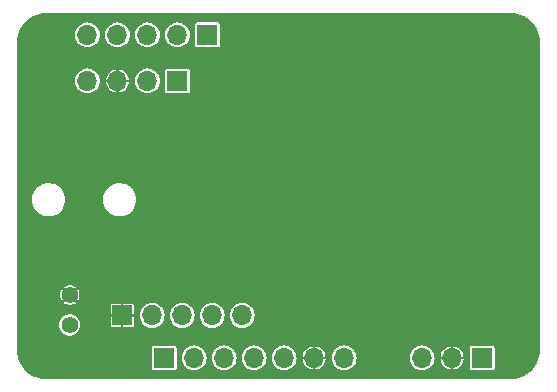
<source format=gbl>
G04 #@! TF.GenerationSoftware,KiCad,Pcbnew,8.0.4*
G04 #@! TF.CreationDate,2024-08-01T22:41:18+02:00*
G04 #@! TF.ProjectId,Headless TEF Audio board,48656164-6c65-4737-9320-544546204175,1*
G04 #@! TF.SameCoordinates,Original*
G04 #@! TF.FileFunction,Copper,L2,Bot*
G04 #@! TF.FilePolarity,Positive*
%FSLAX46Y46*%
G04 Gerber Fmt 4.6, Leading zero omitted, Abs format (unit mm)*
G04 Created by KiCad (PCBNEW 8.0.4) date 2024-08-01 22:41:18*
%MOMM*%
%LPD*%
G01*
G04 APERTURE LIST*
G04 #@! TA.AperFunction,ComponentPad*
%ADD10C,1.400000*%
G04 #@! TD*
G04 #@! TA.AperFunction,ComponentPad*
%ADD11R,1.700000X1.700000*%
G04 #@! TD*
G04 #@! TA.AperFunction,ComponentPad*
%ADD12O,1.700000X1.700000*%
G04 #@! TD*
G04 #@! TA.AperFunction,ViaPad*
%ADD13C,0.600000*%
G04 #@! TD*
G04 APERTURE END LIST*
D10*
G04 #@! TO.P,JP1,1,A*
G04 #@! TO.N,GND*
X140864000Y-105158000D03*
G04 #@! TO.P,JP1,2,B*
G04 #@! TO.N,Net-(J5-Pin_2)*
X140864000Y-107698000D03*
G04 #@! TD*
D11*
G04 #@! TO.P,J4,1,Pin_1*
G04 #@! TO.N,unconnected-(J4-Pin_1-Pad1)*
X152532000Y-83134000D03*
D12*
G04 #@! TO.P,J4,2,Pin_2*
G04 #@! TO.N,unconnected-(J4-Pin_2-Pad2)*
X149992000Y-83134000D03*
G04 #@! TO.P,J4,3,Pin_3*
G04 #@! TO.N,unconnected-(J4-Pin_3-Pad3)*
X147452000Y-83134000D03*
G04 #@! TO.P,J4,4,Pin_4*
G04 #@! TO.N,unconnected-(J4-Pin_4-Pad4)*
X144912000Y-83134000D03*
G04 #@! TO.P,J4,5,Pin_5*
G04 #@! TO.N,unconnected-(J4-Pin_5-Pad5)*
X142372000Y-83134000D03*
G04 #@! TD*
D11*
G04 #@! TO.P,J3,1,Pin_1*
G04 #@! TO.N,GND*
X145312000Y-106884000D03*
D12*
G04 #@! TO.P,J3,2,Pin_2*
G04 #@! TO.N,unconnected-(J3-Pin_2-Pad2)*
X147852000Y-106884000D03*
G04 #@! TO.P,J3,3,Pin_3*
G04 #@! TO.N,unconnected-(J3-Pin_3-Pad3)*
X150392000Y-106884000D03*
G04 #@! TO.P,J3,4,Pin_4*
G04 #@! TO.N,unconnected-(J3-Pin_4-Pad4)*
X152932000Y-106884000D03*
G04 #@! TO.P,J3,5,Pin_5*
G04 #@! TO.N,unconnected-(J3-Pin_5-Pad5)*
X155472000Y-106884000D03*
G04 #@! TD*
D11*
G04 #@! TO.P,J6,1,Pin_1*
G04 #@! TO.N,unconnected-(J6-Pin_1-Pad1)*
X149992000Y-87034000D03*
D12*
G04 #@! TO.P,J6,2,Pin_2*
G04 #@! TO.N,unconnected-(J6-Pin_2-Pad2)*
X147452000Y-87034000D03*
G04 #@! TO.P,J6,3,Pin_3*
G04 #@! TO.N,GND*
X144912000Y-87034000D03*
G04 #@! TO.P,J6,4,Pin_4*
G04 #@! TO.N,Net-(J6-Pin_4)*
X142372000Y-87034000D03*
G04 #@! TD*
D11*
G04 #@! TO.P,J1,1,Pin_1*
G04 #@! TO.N,Net-(J1-Pin_1)*
X175789000Y-110484000D03*
D12*
G04 #@! TO.P,J1,2,Pin_2*
G04 #@! TO.N,GND*
X173249000Y-110484000D03*
G04 #@! TO.P,J1,3,Pin_3*
G04 #@! TO.N,Net-(J1-Pin_3)*
X170709000Y-110484000D03*
G04 #@! TD*
D11*
G04 #@! TO.P,J5,1,Pin_1*
G04 #@! TO.N,unconnected-(J5-Pin_1-Pad1)*
X148865000Y-110484000D03*
D12*
G04 #@! TO.P,J5,2,Pin_2*
G04 #@! TO.N,Net-(J5-Pin_2)*
X151405000Y-110484000D03*
G04 #@! TO.P,J5,3,Pin_3*
G04 #@! TO.N,unconnected-(J5-Pin_3-Pad3)*
X153945000Y-110484000D03*
G04 #@! TO.P,J5,4,Pin_4*
G04 #@! TO.N,unconnected-(J5-Pin_4-Pad4)*
X156485000Y-110484000D03*
G04 #@! TO.P,J5,5,Pin_5*
G04 #@! TO.N,unconnected-(J5-Pin_5-Pad5)*
X159025000Y-110484000D03*
G04 #@! TO.P,J5,6,Pin_6*
G04 #@! TO.N,GND*
X161565000Y-110484000D03*
G04 #@! TO.P,J5,7,Pin_7*
G04 #@! TO.N,unconnected-(J5-Pin_7-Pad7)*
X164105000Y-110484000D03*
G04 #@! TD*
D13*
G04 #@! TO.N,GND*
X141319938Y-90969965D03*
X168843974Y-104908598D03*
X169312000Y-81790000D03*
X143275407Y-90969965D03*
X169166722Y-101714731D03*
X165502000Y-83822000D03*
X163082724Y-86458275D03*
X141307925Y-92987358D03*
X157807514Y-89294359D03*
X170675786Y-86283465D03*
X151024864Y-98862086D03*
X172106000Y-81790000D03*
X151031783Y-94861624D03*
X166983430Y-100841414D03*
X163066608Y-89726419D03*
G04 #@! TD*
G04 #@! TA.AperFunction,Conductor*
G04 #@! TO.N,GND*
G36*
X178133827Y-81274614D02*
G01*
X178136940Y-81274608D01*
X178136941Y-81274609D01*
X178200951Y-81274502D01*
X178204718Y-81274609D01*
X178500987Y-81292036D01*
X178508447Y-81292929D01*
X178798603Y-81345603D01*
X178805928Y-81347395D01*
X179087608Y-81434657D01*
X179094662Y-81437320D01*
X179363761Y-81557892D01*
X179370441Y-81561384D01*
X179623057Y-81713523D01*
X179629264Y-81717792D01*
X179631173Y-81719282D01*
X179861688Y-81899261D01*
X179867346Y-81904256D01*
X180076205Y-82112422D01*
X180081219Y-82118063D01*
X180263462Y-82349883D01*
X180267758Y-82356086D01*
X180420728Y-82608182D01*
X180424244Y-82614852D01*
X180545714Y-82883551D01*
X180548402Y-82890604D01*
X180636597Y-83171983D01*
X180638415Y-83179308D01*
X180692049Y-83469255D01*
X180692972Y-83476745D01*
X180707353Y-83708108D01*
X180711380Y-83772884D01*
X180711500Y-83776762D01*
X180711500Y-109775236D01*
X180711380Y-109779114D01*
X180692972Y-110075254D01*
X180692049Y-110082744D01*
X180638415Y-110372691D01*
X180636597Y-110380016D01*
X180548402Y-110661395D01*
X180545714Y-110668448D01*
X180424244Y-110937147D01*
X180420725Y-110943824D01*
X180267759Y-111195912D01*
X180263462Y-111202116D01*
X180081219Y-111433936D01*
X180076205Y-111439577D01*
X179867346Y-111647743D01*
X179861688Y-111652738D01*
X179629270Y-111834203D01*
X179623052Y-111838480D01*
X179370445Y-111990613D01*
X179363756Y-111994109D01*
X179094665Y-112114678D01*
X179087604Y-112117343D01*
X178805929Y-112204603D01*
X178798598Y-112206397D01*
X178555277Y-112250568D01*
X178508463Y-112259067D01*
X178500972Y-112259964D01*
X178204722Y-112277389D01*
X178200948Y-112277497D01*
X178133827Y-112277385D01*
X178132060Y-112277500D01*
X138837238Y-112277500D01*
X138833040Y-112277359D01*
X138801818Y-112275256D01*
X138541436Y-112257721D01*
X138533917Y-112256753D01*
X138248378Y-112202246D01*
X138241031Y-112200376D01*
X137964178Y-112111694D01*
X137957112Y-112108948D01*
X137693035Y-111987398D01*
X137686353Y-111983816D01*
X137438935Y-111831186D01*
X137432736Y-111826821D01*
X137205625Y-111645362D01*
X137200000Y-111640279D01*
X136996528Y-111432653D01*
X136991569Y-111426939D01*
X136814717Y-111196185D01*
X136810487Y-111189910D01*
X136662880Y-110939447D01*
X136659444Y-110932714D01*
X136543250Y-110666226D01*
X136540647Y-110659106D01*
X136528376Y-110617953D01*
X136457574Y-110380510D01*
X136455858Y-110373154D01*
X136407127Y-110086539D01*
X136406313Y-110079009D01*
X136406136Y-110075254D01*
X136392569Y-109787019D01*
X136392500Y-109784080D01*
X136392500Y-109781805D01*
X136392506Y-109780951D01*
X136393353Y-109718945D01*
X136392929Y-109715344D01*
X136392500Y-109708035D01*
X136392500Y-109614251D01*
X147814500Y-109614251D01*
X147814500Y-111353748D01*
X147826132Y-111412230D01*
X147826133Y-111412232D01*
X147870447Y-111478552D01*
X147936767Y-111522866D01*
X147936769Y-111522867D01*
X147995252Y-111534500D01*
X149734748Y-111534500D01*
X149793231Y-111522867D01*
X149859552Y-111478552D01*
X149903867Y-111412231D01*
X149915500Y-111353748D01*
X149915500Y-110483999D01*
X150349417Y-110483999D01*
X150349417Y-110484000D01*
X150369699Y-110689930D01*
X150369700Y-110689935D01*
X150429766Y-110887949D01*
X150429768Y-110887954D01*
X150527311Y-111070444D01*
X150527319Y-111070455D01*
X150630506Y-111196190D01*
X150658590Y-111230410D01*
X150818550Y-111361685D01*
X150818553Y-111361686D01*
X150818555Y-111361688D01*
X150873385Y-111390995D01*
X151001046Y-111459232D01*
X151199066Y-111519300D01*
X151405000Y-111539583D01*
X151610934Y-111519300D01*
X151808954Y-111459232D01*
X151991450Y-111361685D01*
X152151410Y-111230410D01*
X152282685Y-111070450D01*
X152380232Y-110887954D01*
X152440300Y-110689934D01*
X152460583Y-110484000D01*
X152460583Y-110483999D01*
X152889417Y-110483999D01*
X152889417Y-110484000D01*
X152909699Y-110689930D01*
X152909700Y-110689935D01*
X152969766Y-110887949D01*
X152969768Y-110887954D01*
X153067311Y-111070444D01*
X153067319Y-111070455D01*
X153170506Y-111196190D01*
X153198590Y-111230410D01*
X153358550Y-111361685D01*
X153358553Y-111361686D01*
X153358555Y-111361688D01*
X153413385Y-111390995D01*
X153541046Y-111459232D01*
X153739066Y-111519300D01*
X153945000Y-111539583D01*
X154150934Y-111519300D01*
X154348954Y-111459232D01*
X154531450Y-111361685D01*
X154691410Y-111230410D01*
X154822685Y-111070450D01*
X154920232Y-110887954D01*
X154980300Y-110689934D01*
X155000583Y-110484000D01*
X155000583Y-110483999D01*
X155429417Y-110483999D01*
X155429417Y-110484000D01*
X155449699Y-110689930D01*
X155449700Y-110689935D01*
X155509766Y-110887949D01*
X155509768Y-110887954D01*
X155607311Y-111070444D01*
X155607319Y-111070455D01*
X155710506Y-111196190D01*
X155738590Y-111230410D01*
X155898550Y-111361685D01*
X155898553Y-111361686D01*
X155898555Y-111361688D01*
X155953385Y-111390995D01*
X156081046Y-111459232D01*
X156279066Y-111519300D01*
X156485000Y-111539583D01*
X156690934Y-111519300D01*
X156888954Y-111459232D01*
X157071450Y-111361685D01*
X157231410Y-111230410D01*
X157362685Y-111070450D01*
X157460232Y-110887954D01*
X157520300Y-110689934D01*
X157540583Y-110484000D01*
X157540583Y-110483999D01*
X157969417Y-110483999D01*
X157969417Y-110484000D01*
X157989699Y-110689930D01*
X157989700Y-110689935D01*
X158049766Y-110887949D01*
X158049768Y-110887954D01*
X158147311Y-111070444D01*
X158147319Y-111070455D01*
X158250506Y-111196190D01*
X158278590Y-111230410D01*
X158438550Y-111361685D01*
X158438553Y-111361686D01*
X158438555Y-111361688D01*
X158493385Y-111390995D01*
X158621046Y-111459232D01*
X158819066Y-111519300D01*
X159025000Y-111539583D01*
X159230934Y-111519300D01*
X159428954Y-111459232D01*
X159611450Y-111361685D01*
X159771410Y-111230410D01*
X159902685Y-111070450D01*
X160000232Y-110887954D01*
X160060300Y-110689934D01*
X160080583Y-110484000D01*
X160070734Y-110383999D01*
X160593121Y-110383999D01*
X160593122Y-110384000D01*
X161074157Y-110384000D01*
X161065000Y-110418174D01*
X161065000Y-110549826D01*
X161074157Y-110584000D01*
X160593122Y-110584000D01*
X160602137Y-110675524D01*
X160658004Y-110859692D01*
X160748720Y-111029412D01*
X160748728Y-111029423D01*
X160870812Y-111178184D01*
X160870815Y-111178187D01*
X161019576Y-111300271D01*
X161019587Y-111300279D01*
X161189307Y-111390995D01*
X161373476Y-111446863D01*
X161465000Y-111455876D01*
X161465000Y-110974842D01*
X161499174Y-110984000D01*
X161630826Y-110984000D01*
X161665000Y-110974842D01*
X161665000Y-111455876D01*
X161756523Y-111446863D01*
X161940692Y-111390995D01*
X162110412Y-111300279D01*
X162110423Y-111300271D01*
X162259184Y-111178187D01*
X162259187Y-111178184D01*
X162381271Y-111029423D01*
X162381279Y-111029412D01*
X162471995Y-110859692D01*
X162527862Y-110675524D01*
X162536878Y-110584000D01*
X162055843Y-110584000D01*
X162065000Y-110549826D01*
X162065000Y-110483999D01*
X163049417Y-110483999D01*
X163049417Y-110484000D01*
X163069699Y-110689930D01*
X163069700Y-110689935D01*
X163129766Y-110887949D01*
X163129768Y-110887954D01*
X163227311Y-111070444D01*
X163227319Y-111070455D01*
X163330506Y-111196190D01*
X163358590Y-111230410D01*
X163518550Y-111361685D01*
X163518553Y-111361686D01*
X163518555Y-111361688D01*
X163573385Y-111390995D01*
X163701046Y-111459232D01*
X163899066Y-111519300D01*
X164105000Y-111539583D01*
X164310934Y-111519300D01*
X164508954Y-111459232D01*
X164691450Y-111361685D01*
X164851410Y-111230410D01*
X164982685Y-111070450D01*
X165080232Y-110887954D01*
X165140300Y-110689934D01*
X165160583Y-110484000D01*
X165160583Y-110483999D01*
X169653417Y-110483999D01*
X169653417Y-110484000D01*
X169673699Y-110689930D01*
X169673700Y-110689935D01*
X169733766Y-110887949D01*
X169733768Y-110887954D01*
X169831311Y-111070444D01*
X169831319Y-111070455D01*
X169934506Y-111196190D01*
X169962590Y-111230410D01*
X170122550Y-111361685D01*
X170122553Y-111361686D01*
X170122555Y-111361688D01*
X170177385Y-111390995D01*
X170305046Y-111459232D01*
X170503066Y-111519300D01*
X170709000Y-111539583D01*
X170914934Y-111519300D01*
X171112954Y-111459232D01*
X171295450Y-111361685D01*
X171455410Y-111230410D01*
X171586685Y-111070450D01*
X171684232Y-110887954D01*
X171744300Y-110689934D01*
X171764583Y-110484000D01*
X171754734Y-110383999D01*
X172277121Y-110383999D01*
X172277122Y-110384000D01*
X172758157Y-110384000D01*
X172749000Y-110418174D01*
X172749000Y-110549826D01*
X172758157Y-110584000D01*
X172277122Y-110584000D01*
X172286137Y-110675524D01*
X172342004Y-110859692D01*
X172432720Y-111029412D01*
X172432728Y-111029423D01*
X172554812Y-111178184D01*
X172554815Y-111178187D01*
X172703576Y-111300271D01*
X172703587Y-111300279D01*
X172873307Y-111390995D01*
X173057476Y-111446863D01*
X173149000Y-111455876D01*
X173149000Y-110974842D01*
X173183174Y-110984000D01*
X173314826Y-110984000D01*
X173349000Y-110974842D01*
X173349000Y-111455876D01*
X173440523Y-111446863D01*
X173624692Y-111390995D01*
X173794412Y-111300279D01*
X173794423Y-111300271D01*
X173943184Y-111178187D01*
X173943187Y-111178184D01*
X174065271Y-111029423D01*
X174065279Y-111029412D01*
X174155995Y-110859692D01*
X174211862Y-110675524D01*
X174220878Y-110584000D01*
X173739843Y-110584000D01*
X173749000Y-110549826D01*
X173749000Y-110418174D01*
X173739843Y-110384000D01*
X174220878Y-110384000D01*
X174220878Y-110383999D01*
X174211862Y-110292475D01*
X174155995Y-110108307D01*
X174065279Y-109938587D01*
X174065271Y-109938576D01*
X173943187Y-109789815D01*
X173943184Y-109789812D01*
X173794423Y-109667728D01*
X173794412Y-109667720D01*
X173694377Y-109614251D01*
X174738500Y-109614251D01*
X174738500Y-111353748D01*
X174750132Y-111412230D01*
X174750133Y-111412232D01*
X174794447Y-111478552D01*
X174860767Y-111522866D01*
X174860769Y-111522867D01*
X174919252Y-111534500D01*
X176658748Y-111534500D01*
X176717231Y-111522867D01*
X176783552Y-111478552D01*
X176827867Y-111412231D01*
X176839500Y-111353748D01*
X176839500Y-109614252D01*
X176827867Y-109555769D01*
X176827866Y-109555767D01*
X176783552Y-109489447D01*
X176717232Y-109445133D01*
X176717230Y-109445132D01*
X176658748Y-109433500D01*
X174919252Y-109433500D01*
X174860769Y-109445132D01*
X174860767Y-109445133D01*
X174794447Y-109489447D01*
X174750133Y-109555767D01*
X174750132Y-109555769D01*
X174738500Y-109614251D01*
X173694377Y-109614251D01*
X173624692Y-109577004D01*
X173440524Y-109521137D01*
X173349000Y-109512121D01*
X173349000Y-109993157D01*
X173314826Y-109984000D01*
X173183174Y-109984000D01*
X173149000Y-109993157D01*
X173149000Y-109512121D01*
X173148999Y-109512121D01*
X173057475Y-109521137D01*
X172873307Y-109577004D01*
X172703587Y-109667720D01*
X172703576Y-109667728D01*
X172554815Y-109789812D01*
X172554812Y-109789815D01*
X172432728Y-109938576D01*
X172432720Y-109938587D01*
X172342004Y-110108307D01*
X172286137Y-110292475D01*
X172277121Y-110383999D01*
X171754734Y-110383999D01*
X171744300Y-110278066D01*
X171684232Y-110080046D01*
X171586685Y-109897550D01*
X171455410Y-109737590D01*
X171428589Y-109715579D01*
X171295455Y-109606319D01*
X171295453Y-109606318D01*
X171295450Y-109606315D01*
X171295448Y-109606313D01*
X171295444Y-109606311D01*
X171112954Y-109508768D01*
X171112949Y-109508766D01*
X170914935Y-109448700D01*
X170914930Y-109448699D01*
X170709000Y-109428417D01*
X170503069Y-109448699D01*
X170503064Y-109448700D01*
X170305050Y-109508766D01*
X170305045Y-109508768D01*
X170122555Y-109606311D01*
X170122544Y-109606319D01*
X169962591Y-109737588D01*
X169962588Y-109737591D01*
X169831319Y-109897544D01*
X169831311Y-109897555D01*
X169733768Y-110080045D01*
X169733766Y-110080050D01*
X169673700Y-110278064D01*
X169673699Y-110278069D01*
X169653417Y-110483999D01*
X165160583Y-110483999D01*
X165140300Y-110278066D01*
X165080232Y-110080046D01*
X164982685Y-109897550D01*
X164851410Y-109737590D01*
X164824589Y-109715579D01*
X164691455Y-109606319D01*
X164691453Y-109606318D01*
X164691450Y-109606315D01*
X164691448Y-109606313D01*
X164691444Y-109606311D01*
X164508954Y-109508768D01*
X164508949Y-109508766D01*
X164310935Y-109448700D01*
X164310930Y-109448699D01*
X164105000Y-109428417D01*
X163899069Y-109448699D01*
X163899064Y-109448700D01*
X163701050Y-109508766D01*
X163701045Y-109508768D01*
X163518555Y-109606311D01*
X163518544Y-109606319D01*
X163358591Y-109737588D01*
X163358588Y-109737591D01*
X163227319Y-109897544D01*
X163227311Y-109897555D01*
X163129768Y-110080045D01*
X163129766Y-110080050D01*
X163069700Y-110278064D01*
X163069699Y-110278069D01*
X163049417Y-110483999D01*
X162065000Y-110483999D01*
X162065000Y-110418174D01*
X162055843Y-110384000D01*
X162536878Y-110384000D01*
X162536878Y-110383999D01*
X162527862Y-110292475D01*
X162471995Y-110108307D01*
X162381279Y-109938587D01*
X162381271Y-109938576D01*
X162259187Y-109789815D01*
X162259184Y-109789812D01*
X162110423Y-109667728D01*
X162110412Y-109667720D01*
X161940692Y-109577004D01*
X161756524Y-109521137D01*
X161665000Y-109512121D01*
X161665000Y-109993157D01*
X161630826Y-109984000D01*
X161499174Y-109984000D01*
X161465000Y-109993157D01*
X161465000Y-109512121D01*
X161464999Y-109512121D01*
X161373475Y-109521137D01*
X161189307Y-109577004D01*
X161019587Y-109667720D01*
X161019576Y-109667728D01*
X160870815Y-109789812D01*
X160870812Y-109789815D01*
X160748728Y-109938576D01*
X160748720Y-109938587D01*
X160658004Y-110108307D01*
X160602137Y-110292475D01*
X160593121Y-110383999D01*
X160070734Y-110383999D01*
X160060300Y-110278066D01*
X160000232Y-110080046D01*
X159902685Y-109897550D01*
X159771410Y-109737590D01*
X159744589Y-109715579D01*
X159611455Y-109606319D01*
X159611453Y-109606318D01*
X159611450Y-109606315D01*
X159611448Y-109606313D01*
X159611444Y-109606311D01*
X159428954Y-109508768D01*
X159428949Y-109508766D01*
X159230935Y-109448700D01*
X159230930Y-109448699D01*
X159025000Y-109428417D01*
X158819069Y-109448699D01*
X158819064Y-109448700D01*
X158621050Y-109508766D01*
X158621045Y-109508768D01*
X158438555Y-109606311D01*
X158438544Y-109606319D01*
X158278591Y-109737588D01*
X158278588Y-109737591D01*
X158147319Y-109897544D01*
X158147311Y-109897555D01*
X158049768Y-110080045D01*
X158049766Y-110080050D01*
X157989700Y-110278064D01*
X157989699Y-110278069D01*
X157969417Y-110483999D01*
X157540583Y-110483999D01*
X157520300Y-110278066D01*
X157460232Y-110080046D01*
X157362685Y-109897550D01*
X157231410Y-109737590D01*
X157204589Y-109715579D01*
X157071455Y-109606319D01*
X157071453Y-109606318D01*
X157071450Y-109606315D01*
X157071448Y-109606313D01*
X157071444Y-109606311D01*
X156888954Y-109508768D01*
X156888949Y-109508766D01*
X156690935Y-109448700D01*
X156690930Y-109448699D01*
X156485000Y-109428417D01*
X156279069Y-109448699D01*
X156279064Y-109448700D01*
X156081050Y-109508766D01*
X156081045Y-109508768D01*
X155898555Y-109606311D01*
X155898544Y-109606319D01*
X155738591Y-109737588D01*
X155738588Y-109737591D01*
X155607319Y-109897544D01*
X155607311Y-109897555D01*
X155509768Y-110080045D01*
X155509766Y-110080050D01*
X155449700Y-110278064D01*
X155449699Y-110278069D01*
X155429417Y-110483999D01*
X155000583Y-110483999D01*
X154980300Y-110278066D01*
X154920232Y-110080046D01*
X154822685Y-109897550D01*
X154691410Y-109737590D01*
X154664589Y-109715579D01*
X154531455Y-109606319D01*
X154531453Y-109606318D01*
X154531450Y-109606315D01*
X154531448Y-109606313D01*
X154531444Y-109606311D01*
X154348954Y-109508768D01*
X154348949Y-109508766D01*
X154150935Y-109448700D01*
X154150930Y-109448699D01*
X153945000Y-109428417D01*
X153739069Y-109448699D01*
X153739064Y-109448700D01*
X153541050Y-109508766D01*
X153541045Y-109508768D01*
X153358555Y-109606311D01*
X153358544Y-109606319D01*
X153198591Y-109737588D01*
X153198588Y-109737591D01*
X153067319Y-109897544D01*
X153067311Y-109897555D01*
X152969768Y-110080045D01*
X152969766Y-110080050D01*
X152909700Y-110278064D01*
X152909699Y-110278069D01*
X152889417Y-110483999D01*
X152460583Y-110483999D01*
X152440300Y-110278066D01*
X152380232Y-110080046D01*
X152282685Y-109897550D01*
X152151410Y-109737590D01*
X152124589Y-109715579D01*
X151991455Y-109606319D01*
X151991453Y-109606318D01*
X151991450Y-109606315D01*
X151991448Y-109606313D01*
X151991444Y-109606311D01*
X151808954Y-109508768D01*
X151808949Y-109508766D01*
X151610935Y-109448700D01*
X151610930Y-109448699D01*
X151405000Y-109428417D01*
X151199069Y-109448699D01*
X151199064Y-109448700D01*
X151001050Y-109508766D01*
X151001045Y-109508768D01*
X150818555Y-109606311D01*
X150818544Y-109606319D01*
X150658591Y-109737588D01*
X150658588Y-109737591D01*
X150527319Y-109897544D01*
X150527311Y-109897555D01*
X150429768Y-110080045D01*
X150429766Y-110080050D01*
X150369700Y-110278064D01*
X150369699Y-110278069D01*
X150349417Y-110483999D01*
X149915500Y-110483999D01*
X149915500Y-109614252D01*
X149903867Y-109555769D01*
X149903866Y-109555767D01*
X149859552Y-109489447D01*
X149793232Y-109445133D01*
X149793230Y-109445132D01*
X149734748Y-109433500D01*
X147995252Y-109433500D01*
X147936769Y-109445132D01*
X147936767Y-109445133D01*
X147870447Y-109489447D01*
X147826133Y-109555767D01*
X147826132Y-109555769D01*
X147814500Y-109614251D01*
X136392500Y-109614251D01*
X136392500Y-107698000D01*
X139958540Y-107698000D01*
X139978326Y-107886258D01*
X140036818Y-108066278D01*
X140036820Y-108066282D01*
X140036821Y-108066284D01*
X140131467Y-108230216D01*
X140244118Y-108355327D01*
X140258128Y-108370887D01*
X140258129Y-108370888D01*
X140411265Y-108482148D01*
X140411274Y-108482153D01*
X140584185Y-108559139D01*
X140584188Y-108559140D01*
X140584197Y-108559144D01*
X140769354Y-108598500D01*
X140958646Y-108598500D01*
X141143803Y-108559144D01*
X141316730Y-108482151D01*
X141469871Y-108370888D01*
X141596533Y-108230216D01*
X141691179Y-108066284D01*
X141749674Y-107886256D01*
X141764362Y-107746507D01*
X144334999Y-107746507D01*
X144342369Y-107783553D01*
X144342369Y-107783554D01*
X144370438Y-107825561D01*
X144412446Y-107853630D01*
X144449493Y-107861000D01*
X145212000Y-107861000D01*
X145212000Y-107374842D01*
X145246174Y-107384000D01*
X145377826Y-107384000D01*
X145412000Y-107374842D01*
X145412000Y-107861000D01*
X146174507Y-107861000D01*
X146211553Y-107853630D01*
X146211554Y-107853630D01*
X146253561Y-107825561D01*
X146281630Y-107783554D01*
X146281630Y-107783553D01*
X146289000Y-107746507D01*
X146289000Y-106984000D01*
X145802843Y-106984000D01*
X145812000Y-106949826D01*
X145812000Y-106883999D01*
X146796417Y-106883999D01*
X146796417Y-106884000D01*
X146816699Y-107089930D01*
X146816700Y-107089935D01*
X146876766Y-107287949D01*
X146876768Y-107287954D01*
X146974311Y-107470444D01*
X146974319Y-107470455D01*
X147006562Y-107509744D01*
X147105590Y-107630410D01*
X147265550Y-107761685D01*
X147265553Y-107761686D01*
X147265555Y-107761688D01*
X147340912Y-107801967D01*
X147448046Y-107859232D01*
X147646066Y-107919300D01*
X147852000Y-107939583D01*
X148057934Y-107919300D01*
X148255954Y-107859232D01*
X148438450Y-107761685D01*
X148598410Y-107630410D01*
X148729685Y-107470450D01*
X148827232Y-107287954D01*
X148887300Y-107089934D01*
X148907583Y-106884000D01*
X148907583Y-106883999D01*
X149336417Y-106883999D01*
X149336417Y-106884000D01*
X149356699Y-107089930D01*
X149356700Y-107089935D01*
X149416766Y-107287949D01*
X149416768Y-107287954D01*
X149514311Y-107470444D01*
X149514319Y-107470455D01*
X149546562Y-107509744D01*
X149645590Y-107630410D01*
X149805550Y-107761685D01*
X149805553Y-107761686D01*
X149805555Y-107761688D01*
X149880912Y-107801967D01*
X149988046Y-107859232D01*
X150186066Y-107919300D01*
X150392000Y-107939583D01*
X150597934Y-107919300D01*
X150795954Y-107859232D01*
X150978450Y-107761685D01*
X151138410Y-107630410D01*
X151269685Y-107470450D01*
X151367232Y-107287954D01*
X151427300Y-107089934D01*
X151447583Y-106884000D01*
X151447583Y-106883999D01*
X151876417Y-106883999D01*
X151876417Y-106884000D01*
X151896699Y-107089930D01*
X151896700Y-107089935D01*
X151956766Y-107287949D01*
X151956768Y-107287954D01*
X152054311Y-107470444D01*
X152054319Y-107470455D01*
X152086562Y-107509744D01*
X152185590Y-107630410D01*
X152345550Y-107761685D01*
X152345553Y-107761686D01*
X152345555Y-107761688D01*
X152420912Y-107801967D01*
X152528046Y-107859232D01*
X152726066Y-107919300D01*
X152932000Y-107939583D01*
X153137934Y-107919300D01*
X153335954Y-107859232D01*
X153518450Y-107761685D01*
X153678410Y-107630410D01*
X153809685Y-107470450D01*
X153907232Y-107287954D01*
X153967300Y-107089934D01*
X153987583Y-106884000D01*
X153987583Y-106883999D01*
X154416417Y-106883999D01*
X154416417Y-106884000D01*
X154436699Y-107089930D01*
X154436700Y-107089935D01*
X154496766Y-107287949D01*
X154496768Y-107287954D01*
X154594311Y-107470444D01*
X154594319Y-107470455D01*
X154626562Y-107509744D01*
X154725590Y-107630410D01*
X154885550Y-107761685D01*
X154885553Y-107761686D01*
X154885555Y-107761688D01*
X154960912Y-107801967D01*
X155068046Y-107859232D01*
X155266066Y-107919300D01*
X155472000Y-107939583D01*
X155677934Y-107919300D01*
X155875954Y-107859232D01*
X156058450Y-107761685D01*
X156218410Y-107630410D01*
X156349685Y-107470450D01*
X156447232Y-107287954D01*
X156507300Y-107089934D01*
X156527583Y-106884000D01*
X156507300Y-106678066D01*
X156447232Y-106480046D01*
X156349685Y-106297550D01*
X156218410Y-106137590D01*
X156058450Y-106006315D01*
X156058448Y-106006313D01*
X156058444Y-106006311D01*
X155875954Y-105908768D01*
X155875949Y-105908766D01*
X155677935Y-105848700D01*
X155677930Y-105848699D01*
X155472000Y-105828417D01*
X155266069Y-105848699D01*
X155266064Y-105848700D01*
X155068050Y-105908766D01*
X155068045Y-105908768D01*
X154885555Y-106006311D01*
X154885544Y-106006319D01*
X154725591Y-106137588D01*
X154725588Y-106137591D01*
X154594319Y-106297544D01*
X154594311Y-106297555D01*
X154496768Y-106480045D01*
X154496766Y-106480050D01*
X154436700Y-106678064D01*
X154436699Y-106678069D01*
X154416417Y-106883999D01*
X153987583Y-106883999D01*
X153967300Y-106678066D01*
X153907232Y-106480046D01*
X153809685Y-106297550D01*
X153678410Y-106137590D01*
X153518450Y-106006315D01*
X153518448Y-106006313D01*
X153518444Y-106006311D01*
X153335954Y-105908768D01*
X153335949Y-105908766D01*
X153137935Y-105848700D01*
X153137930Y-105848699D01*
X152932000Y-105828417D01*
X152726069Y-105848699D01*
X152726064Y-105848700D01*
X152528050Y-105908766D01*
X152528045Y-105908768D01*
X152345555Y-106006311D01*
X152345544Y-106006319D01*
X152185591Y-106137588D01*
X152185588Y-106137591D01*
X152054319Y-106297544D01*
X152054311Y-106297555D01*
X151956768Y-106480045D01*
X151956766Y-106480050D01*
X151896700Y-106678064D01*
X151896699Y-106678069D01*
X151876417Y-106883999D01*
X151447583Y-106883999D01*
X151427300Y-106678066D01*
X151367232Y-106480046D01*
X151269685Y-106297550D01*
X151138410Y-106137590D01*
X150978450Y-106006315D01*
X150978448Y-106006313D01*
X150978444Y-106006311D01*
X150795954Y-105908768D01*
X150795949Y-105908766D01*
X150597935Y-105848700D01*
X150597930Y-105848699D01*
X150392000Y-105828417D01*
X150186069Y-105848699D01*
X150186064Y-105848700D01*
X149988050Y-105908766D01*
X149988045Y-105908768D01*
X149805555Y-106006311D01*
X149805544Y-106006319D01*
X149645591Y-106137588D01*
X149645588Y-106137591D01*
X149514319Y-106297544D01*
X149514311Y-106297555D01*
X149416768Y-106480045D01*
X149416766Y-106480050D01*
X149356700Y-106678064D01*
X149356699Y-106678069D01*
X149336417Y-106883999D01*
X148907583Y-106883999D01*
X148887300Y-106678066D01*
X148827232Y-106480046D01*
X148729685Y-106297550D01*
X148598410Y-106137590D01*
X148438450Y-106006315D01*
X148438448Y-106006313D01*
X148438444Y-106006311D01*
X148255954Y-105908768D01*
X148255949Y-105908766D01*
X148057935Y-105848700D01*
X148057930Y-105848699D01*
X147852000Y-105828417D01*
X147646069Y-105848699D01*
X147646064Y-105848700D01*
X147448050Y-105908766D01*
X147448045Y-105908768D01*
X147265555Y-106006311D01*
X147265544Y-106006319D01*
X147105591Y-106137588D01*
X147105588Y-106137591D01*
X146974319Y-106297544D01*
X146974311Y-106297555D01*
X146876768Y-106480045D01*
X146876766Y-106480050D01*
X146816700Y-106678064D01*
X146816699Y-106678069D01*
X146796417Y-106883999D01*
X145812000Y-106883999D01*
X145812000Y-106818174D01*
X145802843Y-106784000D01*
X146289000Y-106784000D01*
X146289000Y-106021492D01*
X146281630Y-105984446D01*
X146281630Y-105984445D01*
X146253561Y-105942438D01*
X146211553Y-105914369D01*
X146174507Y-105907000D01*
X145412000Y-105907000D01*
X145412000Y-106393157D01*
X145377826Y-106384000D01*
X145246174Y-106384000D01*
X145212000Y-106393157D01*
X145212000Y-105907000D01*
X144449493Y-105907000D01*
X144412446Y-105914369D01*
X144412445Y-105914369D01*
X144370438Y-105942438D01*
X144342369Y-105984445D01*
X144342369Y-105984446D01*
X144335000Y-106021492D01*
X144335000Y-106784000D01*
X144821157Y-106784000D01*
X144812000Y-106818174D01*
X144812000Y-106949826D01*
X144821157Y-106984000D01*
X144335000Y-106984000D01*
X144335000Y-107746507D01*
X144334999Y-107746507D01*
X141764362Y-107746507D01*
X141769460Y-107698000D01*
X141749674Y-107509744D01*
X141708817Y-107384000D01*
X141691181Y-107329721D01*
X141691180Y-107329719D01*
X141691179Y-107329716D01*
X141596533Y-107165784D01*
X141469871Y-107025112D01*
X141469870Y-107025111D01*
X141316734Y-106913851D01*
X141316725Y-106913846D01*
X141143814Y-106836860D01*
X141143797Y-106836854D01*
X140958646Y-106797500D01*
X140769354Y-106797500D01*
X140584202Y-106836854D01*
X140584185Y-106836860D01*
X140411274Y-106913846D01*
X140411265Y-106913851D01*
X140258129Y-107025111D01*
X140258128Y-107025112D01*
X140131466Y-107165785D01*
X140036818Y-107329721D01*
X139978326Y-107509741D01*
X139958540Y-107698000D01*
X136392500Y-107698000D01*
X136392500Y-105158000D01*
X140032445Y-105158000D01*
X140050616Y-105330892D01*
X140104335Y-105496219D01*
X140191258Y-105646776D01*
X140191259Y-105646777D01*
X140211414Y-105669161D01*
X140211415Y-105669161D01*
X140519414Y-105361161D01*
X140543920Y-105403606D01*
X140618394Y-105478080D01*
X140660836Y-105502584D01*
X140353842Y-105809578D01*
X140448217Y-105878145D01*
X140607031Y-105948854D01*
X140607038Y-105948856D01*
X140777079Y-105985000D01*
X140950921Y-105985000D01*
X141120961Y-105948856D01*
X141120968Y-105948854D01*
X141279783Y-105878144D01*
X141374156Y-105809578D01*
X141067162Y-105502584D01*
X141109606Y-105478080D01*
X141184080Y-105403606D01*
X141208584Y-105361162D01*
X141516583Y-105669161D01*
X141536742Y-105646774D01*
X141623664Y-105496219D01*
X141677383Y-105330892D01*
X141695554Y-105158000D01*
X141677383Y-104985107D01*
X141623664Y-104819780D01*
X141536742Y-104669225D01*
X141516583Y-104646837D01*
X141208583Y-104954836D01*
X141184080Y-104912394D01*
X141109606Y-104837920D01*
X141067161Y-104813414D01*
X141374156Y-104506420D01*
X141279779Y-104437853D01*
X141120968Y-104367145D01*
X141120961Y-104367143D01*
X140950921Y-104331000D01*
X140777079Y-104331000D01*
X140607038Y-104367143D01*
X140607023Y-104367148D01*
X140448224Y-104437851D01*
X140448220Y-104437853D01*
X140353843Y-104506421D01*
X140660837Y-104813415D01*
X140618394Y-104837920D01*
X140543920Y-104912394D01*
X140519415Y-104954836D01*
X140211415Y-104646836D01*
X140211414Y-104646837D01*
X140191260Y-104669220D01*
X140104335Y-104819780D01*
X140050616Y-104985107D01*
X140032445Y-105158000D01*
X136392500Y-105158000D01*
X136392500Y-97085000D01*
X137686700Y-97085000D01*
X137705866Y-97316305D01*
X137705868Y-97316315D01*
X137762839Y-97541287D01*
X137762841Y-97541295D01*
X137762843Y-97541300D01*
X137856076Y-97753849D01*
X137983021Y-97948153D01*
X137983024Y-97948156D01*
X138140217Y-98118914D01*
X138140220Y-98118917D01*
X138323372Y-98261469D01*
X138323374Y-98261470D01*
X138527497Y-98371936D01*
X138747019Y-98447298D01*
X138975951Y-98485500D01*
X138975954Y-98485500D01*
X139208046Y-98485500D01*
X139208049Y-98485500D01*
X139436981Y-98447298D01*
X139656503Y-98371936D01*
X139860626Y-98261470D01*
X140043784Y-98118913D01*
X140200979Y-97948153D01*
X140327924Y-97753849D01*
X140421157Y-97541300D01*
X140478134Y-97316305D01*
X140497300Y-97085000D01*
X143703700Y-97085000D01*
X143722866Y-97316305D01*
X143722868Y-97316315D01*
X143779839Y-97541287D01*
X143779841Y-97541295D01*
X143779843Y-97541300D01*
X143873076Y-97753849D01*
X144000021Y-97948153D01*
X144000024Y-97948156D01*
X144157217Y-98118914D01*
X144157220Y-98118917D01*
X144340372Y-98261469D01*
X144340374Y-98261470D01*
X144544497Y-98371936D01*
X144764019Y-98447298D01*
X144992951Y-98485500D01*
X144992954Y-98485500D01*
X145225046Y-98485500D01*
X145225049Y-98485500D01*
X145453981Y-98447298D01*
X145673503Y-98371936D01*
X145877626Y-98261470D01*
X146060784Y-98118913D01*
X146217979Y-97948153D01*
X146344924Y-97753849D01*
X146438157Y-97541300D01*
X146495134Y-97316305D01*
X146514300Y-97085000D01*
X146495134Y-96853695D01*
X146438157Y-96628700D01*
X146344924Y-96416151D01*
X146217979Y-96221847D01*
X146060784Y-96051087D01*
X146060783Y-96051086D01*
X146060782Y-96051085D01*
X146060779Y-96051082D01*
X145877627Y-95908530D01*
X145877625Y-95908529D01*
X145813425Y-95873786D01*
X145673503Y-95798064D01*
X145453981Y-95722702D01*
X145225049Y-95684500D01*
X144992951Y-95684500D01*
X144821252Y-95713151D01*
X144764018Y-95722702D01*
X144544497Y-95798064D01*
X144480296Y-95832807D01*
X144340374Y-95908529D01*
X144340372Y-95908530D01*
X144157220Y-96051082D01*
X144157217Y-96051085D01*
X144000024Y-96221843D01*
X144000020Y-96221848D01*
X143873079Y-96416145D01*
X143873077Y-96416148D01*
X143779844Y-96628697D01*
X143779839Y-96628712D01*
X143722868Y-96853684D01*
X143722866Y-96853694D01*
X143703700Y-97085000D01*
X140497300Y-97085000D01*
X140478134Y-96853695D01*
X140421157Y-96628700D01*
X140327924Y-96416151D01*
X140200979Y-96221847D01*
X140043784Y-96051087D01*
X140043783Y-96051086D01*
X140043782Y-96051085D01*
X140043779Y-96051082D01*
X139860627Y-95908530D01*
X139860625Y-95908529D01*
X139796425Y-95873786D01*
X139656503Y-95798064D01*
X139436981Y-95722702D01*
X139208049Y-95684500D01*
X138975951Y-95684500D01*
X138804252Y-95713151D01*
X138747018Y-95722702D01*
X138527497Y-95798064D01*
X138463296Y-95832807D01*
X138323374Y-95908529D01*
X138323372Y-95908530D01*
X138140220Y-96051082D01*
X138140217Y-96051085D01*
X137983024Y-96221843D01*
X137983020Y-96221848D01*
X137856079Y-96416145D01*
X137856077Y-96416148D01*
X137762844Y-96628697D01*
X137762839Y-96628712D01*
X137705868Y-96853684D01*
X137705866Y-96853694D01*
X137686700Y-97085000D01*
X136392500Y-97085000D01*
X136392500Y-87033999D01*
X141316417Y-87033999D01*
X141316417Y-87034000D01*
X141336699Y-87239930D01*
X141336700Y-87239935D01*
X141396766Y-87437949D01*
X141396768Y-87437954D01*
X141494311Y-87620444D01*
X141494313Y-87620448D01*
X141494315Y-87620450D01*
X141625590Y-87780410D01*
X141785550Y-87911685D01*
X141785553Y-87911686D01*
X141785555Y-87911688D01*
X141840385Y-87940995D01*
X141968046Y-88009232D01*
X142166066Y-88069300D01*
X142372000Y-88089583D01*
X142577934Y-88069300D01*
X142775954Y-88009232D01*
X142958450Y-87911685D01*
X143118410Y-87780410D01*
X143249685Y-87620450D01*
X143347232Y-87437954D01*
X143407300Y-87239934D01*
X143427583Y-87034000D01*
X143417734Y-86933999D01*
X143940121Y-86933999D01*
X143940122Y-86934000D01*
X144421157Y-86934000D01*
X144412000Y-86968174D01*
X144412000Y-87099826D01*
X144421157Y-87134000D01*
X143940122Y-87134000D01*
X143949137Y-87225524D01*
X144005004Y-87409692D01*
X144095720Y-87579412D01*
X144095728Y-87579423D01*
X144217812Y-87728184D01*
X144217815Y-87728187D01*
X144366576Y-87850271D01*
X144366587Y-87850279D01*
X144536307Y-87940995D01*
X144720476Y-87996863D01*
X144812000Y-88005876D01*
X144812000Y-87524842D01*
X144846174Y-87534000D01*
X144977826Y-87534000D01*
X145012000Y-87524842D01*
X145012000Y-88005876D01*
X145103523Y-87996863D01*
X145287692Y-87940995D01*
X145457412Y-87850279D01*
X145457423Y-87850271D01*
X145606184Y-87728187D01*
X145606187Y-87728184D01*
X145728271Y-87579423D01*
X145728279Y-87579412D01*
X145818995Y-87409692D01*
X145874862Y-87225524D01*
X145883878Y-87134000D01*
X145402843Y-87134000D01*
X145412000Y-87099826D01*
X145412000Y-87033999D01*
X146396417Y-87033999D01*
X146396417Y-87034000D01*
X146416699Y-87239930D01*
X146416700Y-87239935D01*
X146476766Y-87437949D01*
X146476768Y-87437954D01*
X146574311Y-87620444D01*
X146574313Y-87620448D01*
X146574315Y-87620450D01*
X146705590Y-87780410D01*
X146865550Y-87911685D01*
X146865553Y-87911686D01*
X146865555Y-87911688D01*
X146920385Y-87940995D01*
X147048046Y-88009232D01*
X147246066Y-88069300D01*
X147452000Y-88089583D01*
X147657934Y-88069300D01*
X147855954Y-88009232D01*
X148038450Y-87911685D01*
X148198410Y-87780410D01*
X148329685Y-87620450D01*
X148427232Y-87437954D01*
X148487300Y-87239934D01*
X148507583Y-87034000D01*
X148487300Y-86828066D01*
X148427232Y-86630046D01*
X148329685Y-86447550D01*
X148198410Y-86287590D01*
X148113282Y-86217728D01*
X148048120Y-86164251D01*
X148941500Y-86164251D01*
X148941500Y-87903748D01*
X148953132Y-87962230D01*
X148953133Y-87962232D01*
X148997447Y-88028552D01*
X149063767Y-88072866D01*
X149063769Y-88072867D01*
X149122252Y-88084500D01*
X150861748Y-88084500D01*
X150920231Y-88072867D01*
X150986552Y-88028552D01*
X151030867Y-87962231D01*
X151042500Y-87903748D01*
X151042500Y-86164252D01*
X151030867Y-86105769D01*
X151030866Y-86105767D01*
X150986552Y-86039447D01*
X150920232Y-85995133D01*
X150920230Y-85995132D01*
X150861748Y-85983500D01*
X149122252Y-85983500D01*
X149063769Y-85995132D01*
X149063767Y-85995133D01*
X148997447Y-86039447D01*
X148953133Y-86105767D01*
X148953132Y-86105769D01*
X148941500Y-86164251D01*
X148048120Y-86164251D01*
X148038455Y-86156319D01*
X148038453Y-86156318D01*
X148038450Y-86156315D01*
X148038448Y-86156313D01*
X148038444Y-86156311D01*
X147855954Y-86058768D01*
X147855949Y-86058766D01*
X147657935Y-85998700D01*
X147657930Y-85998699D01*
X147452000Y-85978417D01*
X147246069Y-85998699D01*
X147246064Y-85998700D01*
X147048050Y-86058766D01*
X147048045Y-86058768D01*
X146865555Y-86156311D01*
X146865544Y-86156319D01*
X146705591Y-86287588D01*
X146705588Y-86287591D01*
X146574319Y-86447544D01*
X146574311Y-86447555D01*
X146476768Y-86630045D01*
X146476766Y-86630050D01*
X146416700Y-86828064D01*
X146416699Y-86828069D01*
X146396417Y-87033999D01*
X145412000Y-87033999D01*
X145412000Y-86968174D01*
X145402843Y-86934000D01*
X145883878Y-86934000D01*
X145883878Y-86933999D01*
X145874862Y-86842475D01*
X145818995Y-86658307D01*
X145728279Y-86488587D01*
X145728271Y-86488576D01*
X145606187Y-86339815D01*
X145606184Y-86339812D01*
X145457423Y-86217728D01*
X145457412Y-86217720D01*
X145287692Y-86127004D01*
X145103524Y-86071137D01*
X145012000Y-86062121D01*
X145012000Y-86543157D01*
X144977826Y-86534000D01*
X144846174Y-86534000D01*
X144812000Y-86543157D01*
X144812000Y-86062121D01*
X144811999Y-86062121D01*
X144720475Y-86071137D01*
X144536307Y-86127004D01*
X144366587Y-86217720D01*
X144366576Y-86217728D01*
X144217815Y-86339812D01*
X144217812Y-86339815D01*
X144095728Y-86488576D01*
X144095720Y-86488587D01*
X144005004Y-86658307D01*
X143949137Y-86842475D01*
X143940121Y-86933999D01*
X143417734Y-86933999D01*
X143407300Y-86828066D01*
X143347232Y-86630046D01*
X143249685Y-86447550D01*
X143118410Y-86287590D01*
X143033282Y-86217728D01*
X142958455Y-86156319D01*
X142958453Y-86156318D01*
X142958450Y-86156315D01*
X142958448Y-86156313D01*
X142958444Y-86156311D01*
X142775954Y-86058768D01*
X142775949Y-86058766D01*
X142577935Y-85998700D01*
X142577930Y-85998699D01*
X142372000Y-85978417D01*
X142166069Y-85998699D01*
X142166064Y-85998700D01*
X141968050Y-86058766D01*
X141968045Y-86058768D01*
X141785555Y-86156311D01*
X141785544Y-86156319D01*
X141625591Y-86287588D01*
X141625588Y-86287591D01*
X141494319Y-86447544D01*
X141494311Y-86447555D01*
X141396768Y-86630045D01*
X141396766Y-86630050D01*
X141336700Y-86828064D01*
X141336699Y-86828069D01*
X141316417Y-87033999D01*
X136392500Y-87033999D01*
X136392500Y-83775889D01*
X136392614Y-83772116D01*
X136395739Y-83720450D01*
X136410496Y-83476477D01*
X136411403Y-83469012D01*
X136464450Y-83179545D01*
X136466255Y-83172222D01*
X136478166Y-83133999D01*
X141316417Y-83133999D01*
X141316417Y-83134000D01*
X141336699Y-83339930D01*
X141336700Y-83339935D01*
X141396766Y-83537949D01*
X141396768Y-83537954D01*
X141494311Y-83720444D01*
X141494313Y-83720448D01*
X141494315Y-83720450D01*
X141625590Y-83880410D01*
X141785550Y-84011685D01*
X141785553Y-84011686D01*
X141785555Y-84011688D01*
X141860912Y-84051967D01*
X141968046Y-84109232D01*
X142166066Y-84169300D01*
X142372000Y-84189583D01*
X142577934Y-84169300D01*
X142775954Y-84109232D01*
X142958450Y-84011685D01*
X143118410Y-83880410D01*
X143249685Y-83720450D01*
X143347232Y-83537954D01*
X143407300Y-83339934D01*
X143427583Y-83134000D01*
X143427583Y-83133999D01*
X143856417Y-83133999D01*
X143856417Y-83134000D01*
X143876699Y-83339930D01*
X143876700Y-83339935D01*
X143936766Y-83537949D01*
X143936768Y-83537954D01*
X144034311Y-83720444D01*
X144034313Y-83720448D01*
X144034315Y-83720450D01*
X144165590Y-83880410D01*
X144325550Y-84011685D01*
X144325553Y-84011686D01*
X144325555Y-84011688D01*
X144400912Y-84051967D01*
X144508046Y-84109232D01*
X144706066Y-84169300D01*
X144912000Y-84189583D01*
X145117934Y-84169300D01*
X145315954Y-84109232D01*
X145498450Y-84011685D01*
X145658410Y-83880410D01*
X145789685Y-83720450D01*
X145887232Y-83537954D01*
X145947300Y-83339934D01*
X145967583Y-83134000D01*
X145967583Y-83133999D01*
X146396417Y-83133999D01*
X146396417Y-83134000D01*
X146416699Y-83339930D01*
X146416700Y-83339935D01*
X146476766Y-83537949D01*
X146476768Y-83537954D01*
X146574311Y-83720444D01*
X146574313Y-83720448D01*
X146574315Y-83720450D01*
X146705590Y-83880410D01*
X146865550Y-84011685D01*
X146865553Y-84011686D01*
X146865555Y-84011688D01*
X146940912Y-84051967D01*
X147048046Y-84109232D01*
X147246066Y-84169300D01*
X147452000Y-84189583D01*
X147657934Y-84169300D01*
X147855954Y-84109232D01*
X148038450Y-84011685D01*
X148198410Y-83880410D01*
X148329685Y-83720450D01*
X148427232Y-83537954D01*
X148487300Y-83339934D01*
X148507583Y-83134000D01*
X148507583Y-83133999D01*
X148936417Y-83133999D01*
X148936417Y-83134000D01*
X148956699Y-83339930D01*
X148956700Y-83339935D01*
X149016766Y-83537949D01*
X149016768Y-83537954D01*
X149114311Y-83720444D01*
X149114313Y-83720448D01*
X149114315Y-83720450D01*
X149245590Y-83880410D01*
X149405550Y-84011685D01*
X149405553Y-84011686D01*
X149405555Y-84011688D01*
X149480912Y-84051967D01*
X149588046Y-84109232D01*
X149786066Y-84169300D01*
X149992000Y-84189583D01*
X150197934Y-84169300D01*
X150395954Y-84109232D01*
X150578450Y-84011685D01*
X150738410Y-83880410D01*
X150869685Y-83720450D01*
X150967232Y-83537954D01*
X151027300Y-83339934D01*
X151047583Y-83134000D01*
X151027300Y-82928066D01*
X150967232Y-82730046D01*
X150902090Y-82608175D01*
X150869688Y-82547555D01*
X150869686Y-82547553D01*
X150869685Y-82547550D01*
X150738410Y-82387590D01*
X150700023Y-82356087D01*
X150588120Y-82264251D01*
X151481500Y-82264251D01*
X151481500Y-84003748D01*
X151493132Y-84062230D01*
X151493133Y-84062232D01*
X151537447Y-84128552D01*
X151603767Y-84172866D01*
X151603769Y-84172867D01*
X151662252Y-84184500D01*
X153401748Y-84184500D01*
X153460231Y-84172867D01*
X153526552Y-84128552D01*
X153570867Y-84062231D01*
X153582500Y-84003748D01*
X153582500Y-82264252D01*
X153570867Y-82205769D01*
X153570866Y-82205767D01*
X153526552Y-82139447D01*
X153460232Y-82095133D01*
X153460230Y-82095132D01*
X153401748Y-82083500D01*
X151662252Y-82083500D01*
X151603769Y-82095132D01*
X151603767Y-82095133D01*
X151537447Y-82139447D01*
X151493133Y-82205767D01*
X151493132Y-82205769D01*
X151481500Y-82264251D01*
X150588120Y-82264251D01*
X150578455Y-82256319D01*
X150578453Y-82256318D01*
X150578450Y-82256315D01*
X150578448Y-82256313D01*
X150578444Y-82256311D01*
X150395954Y-82158768D01*
X150395949Y-82158766D01*
X150197935Y-82098700D01*
X150197930Y-82098699D01*
X149992000Y-82078417D01*
X149786069Y-82098699D01*
X149786064Y-82098700D01*
X149588050Y-82158766D01*
X149588045Y-82158768D01*
X149405555Y-82256311D01*
X149405544Y-82256319D01*
X149245591Y-82387588D01*
X149245588Y-82387591D01*
X149114319Y-82547544D01*
X149114311Y-82547555D01*
X149016768Y-82730045D01*
X149016766Y-82730050D01*
X148956700Y-82928064D01*
X148956699Y-82928069D01*
X148936417Y-83133999D01*
X148507583Y-83133999D01*
X148487300Y-82928066D01*
X148427232Y-82730046D01*
X148362090Y-82608175D01*
X148329688Y-82547555D01*
X148329686Y-82547553D01*
X148329685Y-82547550D01*
X148198410Y-82387590D01*
X148160023Y-82356087D01*
X148038455Y-82256319D01*
X148038453Y-82256318D01*
X148038450Y-82256315D01*
X148038448Y-82256313D01*
X148038444Y-82256311D01*
X147855954Y-82158768D01*
X147855949Y-82158766D01*
X147657935Y-82098700D01*
X147657930Y-82098699D01*
X147452000Y-82078417D01*
X147246069Y-82098699D01*
X147246064Y-82098700D01*
X147048050Y-82158766D01*
X147048045Y-82158768D01*
X146865555Y-82256311D01*
X146865544Y-82256319D01*
X146705591Y-82387588D01*
X146705588Y-82387591D01*
X146574319Y-82547544D01*
X146574311Y-82547555D01*
X146476768Y-82730045D01*
X146476766Y-82730050D01*
X146416700Y-82928064D01*
X146416699Y-82928069D01*
X146396417Y-83133999D01*
X145967583Y-83133999D01*
X145947300Y-82928066D01*
X145887232Y-82730046D01*
X145822090Y-82608175D01*
X145789688Y-82547555D01*
X145789686Y-82547553D01*
X145789685Y-82547550D01*
X145658410Y-82387590D01*
X145620023Y-82356087D01*
X145498455Y-82256319D01*
X145498453Y-82256318D01*
X145498450Y-82256315D01*
X145498448Y-82256313D01*
X145498444Y-82256311D01*
X145315954Y-82158768D01*
X145315949Y-82158766D01*
X145117935Y-82098700D01*
X145117930Y-82098699D01*
X144912000Y-82078417D01*
X144706069Y-82098699D01*
X144706064Y-82098700D01*
X144508050Y-82158766D01*
X144508045Y-82158768D01*
X144325555Y-82256311D01*
X144325544Y-82256319D01*
X144165591Y-82387588D01*
X144165588Y-82387591D01*
X144034319Y-82547544D01*
X144034311Y-82547555D01*
X143936768Y-82730045D01*
X143936766Y-82730050D01*
X143876700Y-82928064D01*
X143876699Y-82928069D01*
X143856417Y-83133999D01*
X143427583Y-83133999D01*
X143407300Y-82928066D01*
X143347232Y-82730046D01*
X143282090Y-82608175D01*
X143249688Y-82547555D01*
X143249686Y-82547553D01*
X143249685Y-82547550D01*
X143118410Y-82387590D01*
X143080023Y-82356087D01*
X142958455Y-82256319D01*
X142958453Y-82256318D01*
X142958450Y-82256315D01*
X142958448Y-82256313D01*
X142958444Y-82256311D01*
X142775954Y-82158768D01*
X142775949Y-82158766D01*
X142577935Y-82098700D01*
X142577930Y-82098699D01*
X142372000Y-82078417D01*
X142166069Y-82098699D01*
X142166064Y-82098700D01*
X141968050Y-82158766D01*
X141968045Y-82158768D01*
X141785555Y-82256311D01*
X141785544Y-82256319D01*
X141625591Y-82387588D01*
X141625588Y-82387591D01*
X141494319Y-82547544D01*
X141494311Y-82547555D01*
X141396768Y-82730045D01*
X141396766Y-82730050D01*
X141336700Y-82928064D01*
X141336699Y-82928069D01*
X141316417Y-83133999D01*
X136478166Y-83133999D01*
X136553803Y-82891270D01*
X136556477Y-82884220D01*
X136677258Y-82615854D01*
X136680753Y-82609198D01*
X136833006Y-82357340D01*
X136837270Y-82351162D01*
X137018773Y-82119490D01*
X137023764Y-82113857D01*
X137231857Y-81905764D01*
X137237490Y-81900773D01*
X137469162Y-81719270D01*
X137475340Y-81715006D01*
X137727198Y-81562753D01*
X137733854Y-81559258D01*
X138002226Y-81438474D01*
X138009270Y-81435803D01*
X138290226Y-81348253D01*
X138297545Y-81346450D01*
X138587012Y-81293403D01*
X138594477Y-81292496D01*
X138876680Y-81275426D01*
X138890116Y-81274614D01*
X138893889Y-81274500D01*
X138957892Y-81274500D01*
X178132060Y-81274500D01*
X178133827Y-81274614D01*
G37*
G04 #@! TD.AperFunction*
G04 #@! TD*
M02*

</source>
